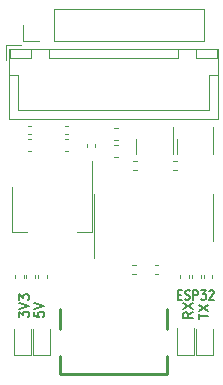
<source format=gbr>
%TF.GenerationSoftware,KiCad,Pcbnew,(6.0.0)*%
%TF.CreationDate,2022-08-06T00:01:33+02:00*%
%TF.ProjectId,bobby-flasher,626f6262-792d-4666-9c61-736865722e6b,rev?*%
%TF.SameCoordinates,Original*%
%TF.FileFunction,Legend,Top*%
%TF.FilePolarity,Positive*%
%FSLAX46Y46*%
G04 Gerber Fmt 4.6, Leading zero omitted, Abs format (unit mm)*
G04 Created by KiCad (PCBNEW (6.0.0)) date 2022-08-06 00:01:33*
%MOMM*%
%LPD*%
G01*
G04 APERTURE LIST*
%ADD10C,0.200000*%
%ADD11C,0.150000*%
%ADD12C,0.120000*%
%ADD13C,0.250000*%
G04 APERTURE END LIST*
D10*
X-7982095Y-77655714D02*
X-7982095Y-77160476D01*
X-7677333Y-77427142D01*
X-7677333Y-77312857D01*
X-7639238Y-77236666D01*
X-7601142Y-77198571D01*
X-7524952Y-77160476D01*
X-7334476Y-77160476D01*
X-7258285Y-77198571D01*
X-7220190Y-77236666D01*
X-7182095Y-77312857D01*
X-7182095Y-77541428D01*
X-7220190Y-77617619D01*
X-7258285Y-77655714D01*
X-7982095Y-76931904D02*
X-7182095Y-76665238D01*
X-7982095Y-76398571D01*
X-7982095Y-76208095D02*
X-7982095Y-75712857D01*
X-7677333Y-75979523D01*
X-7677333Y-75865238D01*
X-7639238Y-75789047D01*
X-7601142Y-75750952D01*
X-7524952Y-75712857D01*
X-7334476Y-75712857D01*
X-7258285Y-75750952D01*
X-7220190Y-75789047D01*
X-7182095Y-75865238D01*
X-7182095Y-76093809D01*
X-7220190Y-76170000D01*
X-7258285Y-76208095D01*
X-6694095Y-77198571D02*
X-6694095Y-77579523D01*
X-6313142Y-77617619D01*
X-6351238Y-77579523D01*
X-6389333Y-77503333D01*
X-6389333Y-77312857D01*
X-6351238Y-77236666D01*
X-6313142Y-77198571D01*
X-6236952Y-77160476D01*
X-6046476Y-77160476D01*
X-5970285Y-77198571D01*
X-5932190Y-77236666D01*
X-5894095Y-77312857D01*
X-5894095Y-77503333D01*
X-5932190Y-77579523D01*
X-5970285Y-77617619D01*
X-6694095Y-76931904D02*
X-5894095Y-76665238D01*
X-6694095Y-76398571D01*
X6717904Y-77222380D02*
X6336952Y-77489047D01*
X6717904Y-77679523D02*
X5917904Y-77679523D01*
X5917904Y-77374761D01*
X5956000Y-77298571D01*
X5994095Y-77260476D01*
X6070285Y-77222380D01*
X6184571Y-77222380D01*
X6260761Y-77260476D01*
X6298857Y-77298571D01*
X6336952Y-77374761D01*
X6336952Y-77679523D01*
X5917904Y-76955714D02*
X6717904Y-76422380D01*
X5917904Y-76422380D02*
X6717904Y-76955714D01*
X7205904Y-77793809D02*
X7205904Y-77336666D01*
X8005904Y-77565238D02*
X7205904Y-77565238D01*
X7205904Y-77146190D02*
X8005904Y-76612857D01*
X7205904Y-76612857D02*
X8005904Y-77146190D01*
D11*
X5464166Y-75742857D02*
X5697500Y-75742857D01*
X5797500Y-76161904D02*
X5464166Y-76161904D01*
X5464166Y-75361904D01*
X5797500Y-75361904D01*
X6064166Y-76123809D02*
X6164166Y-76161904D01*
X6330833Y-76161904D01*
X6397500Y-76123809D01*
X6430833Y-76085714D01*
X6464166Y-76009523D01*
X6464166Y-75933333D01*
X6430833Y-75857142D01*
X6397500Y-75819047D01*
X6330833Y-75780952D01*
X6197500Y-75742857D01*
X6130833Y-75704761D01*
X6097500Y-75666666D01*
X6064166Y-75590476D01*
X6064166Y-75514285D01*
X6097500Y-75438095D01*
X6130833Y-75400000D01*
X6197500Y-75361904D01*
X6364166Y-75361904D01*
X6464166Y-75400000D01*
X6764166Y-76161904D02*
X6764166Y-75361904D01*
X7030833Y-75361904D01*
X7097500Y-75400000D01*
X7130833Y-75438095D01*
X7164166Y-75514285D01*
X7164166Y-75628571D01*
X7130833Y-75704761D01*
X7097500Y-75742857D01*
X7030833Y-75780952D01*
X6764166Y-75780952D01*
X7397500Y-75361904D02*
X7830833Y-75361904D01*
X7597500Y-75666666D01*
X7697500Y-75666666D01*
X7764166Y-75704761D01*
X7797500Y-75742857D01*
X7830833Y-75819047D01*
X7830833Y-76009523D01*
X7797500Y-76085714D01*
X7764166Y-76123809D01*
X7697500Y-76161904D01*
X7497500Y-76161904D01*
X7430833Y-76123809D01*
X7397500Y-76085714D01*
X8097500Y-75438095D02*
X8130833Y-75400000D01*
X8197500Y-75361904D01*
X8364166Y-75361904D01*
X8430833Y-75400000D01*
X8464166Y-75438095D01*
X8497500Y-75514285D01*
X8497500Y-75590476D01*
X8464166Y-75704761D01*
X8064166Y-76161904D01*
X8497500Y-76161904D01*
D12*
%TO.C,Q2*%
X5340000Y-63200000D02*
X5340000Y-63850000D01*
X5340000Y-63200000D02*
X5340000Y-62550000D01*
X8460000Y-63200000D02*
X8460000Y-63850000D01*
X8460000Y-63200000D02*
X8460000Y-61525000D01*
%TO.C,Q1*%
X1940000Y-63200000D02*
X1940000Y-63850000D01*
X1940000Y-63200000D02*
X1940000Y-62550000D01*
X5060000Y-63200000D02*
X5060000Y-63850000D01*
X5060000Y-63200000D02*
X5060000Y-61525000D01*
%TO.C,C8*%
X340580Y-62610000D02*
X59420Y-62610000D01*
X340580Y-61590000D02*
X59420Y-61590000D01*
%TO.C,R6*%
X-6620000Y-74046359D02*
X-6620000Y-74353641D01*
X-7380000Y-74046359D02*
X-7380000Y-74353641D01*
%TO.C,R2*%
X6620000Y-74046359D02*
X6620000Y-74353641D01*
X7380000Y-74046359D02*
X7380000Y-74353641D01*
%TO.C,U2*%
X-8610000Y-66650000D02*
X-8610000Y-70410000D01*
X-1790000Y-64400000D02*
X-1790000Y-70410000D01*
X-1790000Y-70410000D02*
X-3050000Y-70410000D01*
X-8610000Y-70410000D02*
X-7350000Y-70410000D01*
%TO.C,C3*%
X3542164Y-73240000D02*
X3757836Y-73240000D01*
X3542164Y-73960000D02*
X3757836Y-73960000D01*
%TO.C,U1*%
X8460000Y-69200000D02*
X8460000Y-71150000D01*
X8460000Y-69200000D02*
X8460000Y-67250000D01*
X-1660000Y-69200000D02*
X-1660000Y-67250000D01*
X-1660000Y-69200000D02*
X-1660000Y-72650000D01*
%TO.C,R8*%
X6380000Y-74046359D02*
X6380000Y-74353641D01*
X5620000Y-74046359D02*
X5620000Y-74353641D01*
%TO.C,D3*%
X5365000Y-78587500D02*
X5365000Y-80872500D01*
X6835000Y-80872500D02*
X6835000Y-78587500D01*
X5365000Y-80872500D02*
X6835000Y-80872500D01*
%TO.C,C2*%
X-7240580Y-62590000D02*
X-6959420Y-62590000D01*
X-7240580Y-63610000D02*
X-6959420Y-63610000D01*
%TO.C,R3*%
X1903641Y-73220000D02*
X1596359Y-73220000D01*
X1903641Y-73980000D02*
X1596359Y-73980000D01*
%TO.C,C1*%
X-7207836Y-62160000D02*
X-6992164Y-62160000D01*
X-7207836Y-61440000D02*
X-6992164Y-61440000D01*
%TO.C,C5*%
X-4140580Y-62590000D02*
X-3859420Y-62590000D01*
X-4140580Y-63610000D02*
X-3859420Y-63610000D01*
%TO.C,J2*%
X-6350000Y-54230000D02*
X-7680000Y-54230000D01*
X-7680000Y-54230000D02*
X-7680000Y-52900000D01*
X-5080000Y-51570000D02*
X7680000Y-51570000D01*
X7680000Y-54230000D02*
X7680000Y-51570000D01*
X-5080000Y-54230000D02*
X-5080000Y-51570000D01*
X-5080000Y-54230000D02*
X7680000Y-54230000D01*
%TO.C,D1*%
X-6835000Y-80885000D02*
X-5365000Y-80885000D01*
X-5365000Y-80885000D02*
X-5365000Y-78600000D01*
X-6835000Y-78600000D02*
X-6835000Y-80885000D01*
%TO.C,R9*%
X8380000Y-74046359D02*
X8380000Y-74353641D01*
X7620000Y-74046359D02*
X7620000Y-74353641D01*
D13*
%TO.C,USBC1*%
X-4570000Y-76950000D02*
X-4570000Y-78600000D01*
X-4570000Y-82480000D02*
X4570000Y-82480000D01*
X4570000Y-82480000D02*
X4570000Y-80950000D01*
X4570000Y-76950000D02*
X4570000Y-78600000D01*
X-4570000Y-80950000D02*
X-4570000Y-82480000D01*
D12*
%TO.C,R5*%
X5363641Y-65180000D02*
X5056359Y-65180000D01*
X5363641Y-64420000D02*
X5056359Y-64420000D01*
%TO.C,C4*%
X-1540000Y-62992164D02*
X-1540000Y-63207836D01*
X-2260000Y-62992164D02*
X-2260000Y-63207836D01*
%TO.C,D2*%
X-6965000Y-80885000D02*
X-6965000Y-78600000D01*
X-8435000Y-80885000D02*
X-6965000Y-80885000D01*
X-8435000Y-78600000D02*
X-8435000Y-80885000D01*
%TO.C,J3*%
X-5500000Y-54925000D02*
X-5500000Y-55675000D01*
X7000000Y-55675000D02*
X8800000Y-55675000D01*
X-8800000Y-54925000D02*
X-8800000Y-55675000D01*
X-7000000Y-55675000D02*
X-7000000Y-54925000D01*
X-7000000Y-54925000D02*
X-8800000Y-54925000D01*
X-8800000Y-55675000D02*
X-7000000Y-55675000D01*
X5500000Y-54925000D02*
X-5500000Y-54925000D01*
X8810000Y-54915000D02*
X-8810000Y-54915000D01*
X8800000Y-55675000D02*
X8800000Y-54925000D01*
X8810000Y-60885000D02*
X8810000Y-54915000D01*
X5500000Y-55675000D02*
X5500000Y-54925000D01*
X-8800000Y-57175000D02*
X-8050000Y-57175000D01*
X8800000Y-57175000D02*
X8050000Y-57175000D01*
X-8810000Y-54915000D02*
X-8810000Y-60885000D01*
X-9100000Y-54625000D02*
X-9100000Y-55875000D01*
X-8050000Y-60125000D02*
X0Y-60125000D01*
X8050000Y-57175000D02*
X8050000Y-60125000D01*
X8800000Y-54925000D02*
X7000000Y-54925000D01*
X7000000Y-54925000D02*
X7000000Y-55675000D01*
X-5500000Y-55675000D02*
X5500000Y-55675000D01*
X8050000Y-60125000D02*
X0Y-60125000D01*
X-8050000Y-57175000D02*
X-8050000Y-60125000D01*
X-8810000Y-60885000D02*
X8810000Y-60885000D01*
X-7850000Y-54625000D02*
X-9100000Y-54625000D01*
%TO.C,C7*%
X59420Y-63090000D02*
X340580Y-63090000D01*
X59420Y-64110000D02*
X340580Y-64110000D01*
%TO.C,C6*%
X-3892164Y-62160000D02*
X-4107836Y-62160000D01*
X-3892164Y-61440000D02*
X-4107836Y-61440000D01*
%TO.C,R4*%
X1646359Y-64420000D02*
X1953641Y-64420000D01*
X1646359Y-65180000D02*
X1953641Y-65180000D01*
%TO.C,D4*%
X6965000Y-80885000D02*
X8435000Y-80885000D01*
X8435000Y-80885000D02*
X8435000Y-78600000D01*
X6965000Y-78600000D02*
X6965000Y-80885000D01*
%TO.C,R7*%
X-7620000Y-74046359D02*
X-7620000Y-74353641D01*
X-8380000Y-74046359D02*
X-8380000Y-74353641D01*
%TO.C,R1*%
X-5620000Y-74046359D02*
X-5620000Y-74353641D01*
X-6380000Y-74046359D02*
X-6380000Y-74353641D01*
%TD*%
M02*

</source>
